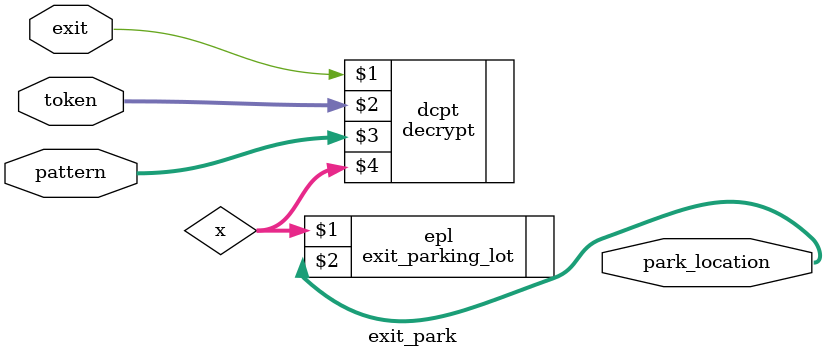
<source format=v>
/*--  *******************************************************
--  Computer Architecture Course, Laboratory Sources 
--  Amirkabir University of Technology (Tehran Polytechnic)
--  Department of Computer Engineering (CE-AUT)
--  https://ce[dot]aut[dot]ac[dot]ir
--  *******************************************************
--  All Rights reserved (C) 2021-2022
--  *******************************************************
--  Student ID  : 
--  Student Name: 
--  Student Mail: 
--  *******************************************************
--  Additional Comments:
--
--*/

/*-----------------------------------------------------------
---  Module Name: exit_park 
-----------------------------------------------------------*/
`timescale 1 ns/1 ns
module exit_park(
 exit,
 token,
 pattern,
 park_location);
	input exit;
	input [2:0] token;
	input [2:0] pattern;
	output [7:0] park_location;
		
		wire[0:2] x;
		decrypt dcpt(exit, token, pattern, x);
		exit_parking_lot epl(x, park_location);
		
 // write your code here, please.
endmodule
</source>
